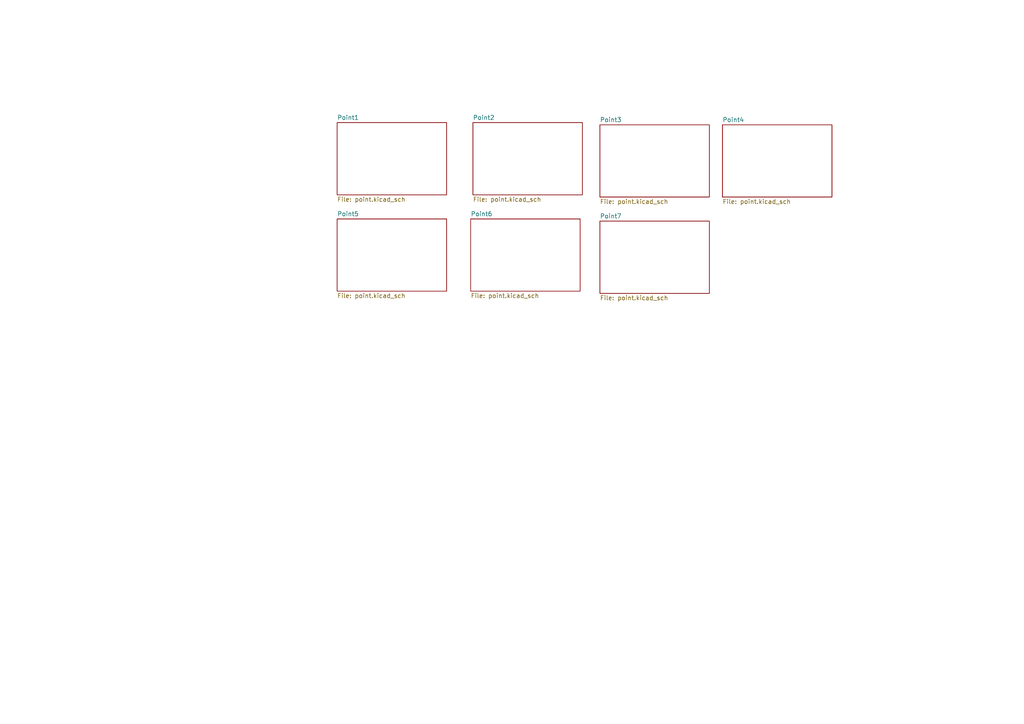
<source format=kicad_sch>
(kicad_sch (version 20230121) (generator eeschema)
  (paper "A4")
  (title_block (title "Crowland Green Fiddle Yard (Peterborough)") (date "2024-06-09") (rev "Rev 1") (company "Northants and Cambs N Gauge Society") (comment 1 "Jonathan Pallant") (comment 2 "admin@ncngauge.org.uk"))
  (lib_symbols)
  (sheet (at 97.79 63.5) (size 31.75 20.955) (stroke (width 0.1524))
    (property "Sheetname" "Point5" (at 97.79 62.7884 0) (effects (justify left bottom)))
    (property "Sheetfile" "point.kicad_sch" (at 97.79 85.0396 0) (effects (justify left top)))
  )
  (sheet (at 97.79 35.56) (size 31.75 20.955) (stroke (width 0.1524))
    (property "Sheetname" "Point1" (at 97.79 34.8484 0) (effects (justify left bottom)))
    (property "Sheetfile" "point.kicad_sch" (at 97.79 57.0996 0) (effects (justify left top)))
  )
  (sheet (at 137.16 35.56) (size 31.75 20.955) (stroke (width 0.1524))
    (property "Sheetname" "Point2" (at 137.16 34.8484 0) (effects (justify left bottom)))
    (property "Sheetfile" "point.kicad_sch" (at 137.16 57.0996 0) (effects (justify left top)))
  )
  (sheet (at 173.99 64.135) (size 31.75 20.955) (stroke (width 0.1524))
    (property "Sheetname" "Point7" (at 173.99 63.4234 0) (effects (justify left bottom)))
    (property "Sheetfile" "point.kicad_sch" (at 173.99 85.6746 0) (effects (justify left top)))
  )
  (sheet (at 209.55 36.195) (size 31.75 20.955) (stroke (width 0.1524))
    (property "Sheetname" "Point4" (at 209.55 35.4834 0) (effects (justify left bottom)))
    (property "Sheetfile" "point.kicad_sch" (at 209.55 57.7346 0) (effects (justify left top)))
  )
  (sheet (at 136.525 63.5) (size 31.75 20.955) (stroke (width 0.1524))
    (property "Sheetname" "Point6" (at 136.525 62.7884 0) (effects (justify left bottom)))
    (property "Sheetfile" "point.kicad_sch" (at 136.525 85.0396 0) (effects (justify left top)))
  )
  (sheet (at 173.99 36.195) (size 31.75 20.955) (stroke (width 0.1524))
    (property "Sheetname" "Point3" (at 173.99 35.4834 0) (effects (justify left bottom)))
    (property "Sheetfile" "point.kicad_sch" (at 173.99 57.7346 0) (effects (justify left top)))
  )
)
</source>
